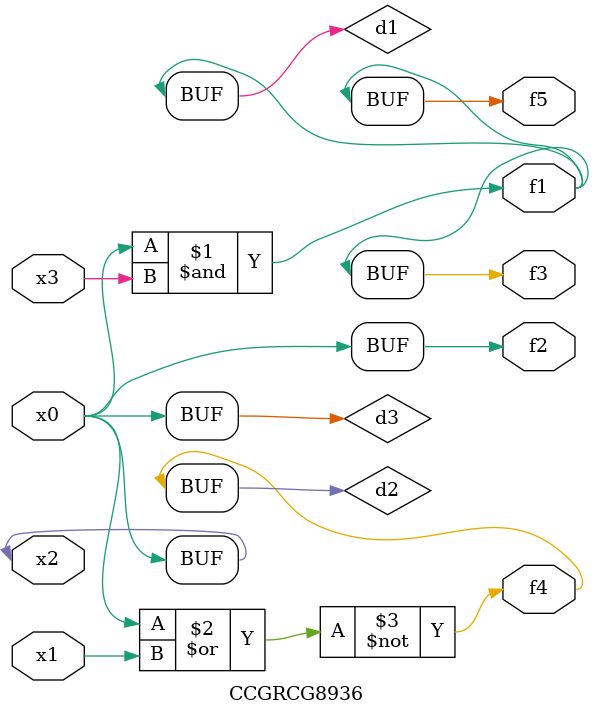
<source format=v>
module CCGRCG8936(
	input x0, x1, x2, x3,
	output f1, f2, f3, f4, f5
);

	wire d1, d2, d3;

	and (d1, x2, x3);
	nor (d2, x0, x1);
	buf (d3, x0, x2);
	assign f1 = d1;
	assign f2 = d3;
	assign f3 = d1;
	assign f4 = d2;
	assign f5 = d1;
endmodule

</source>
